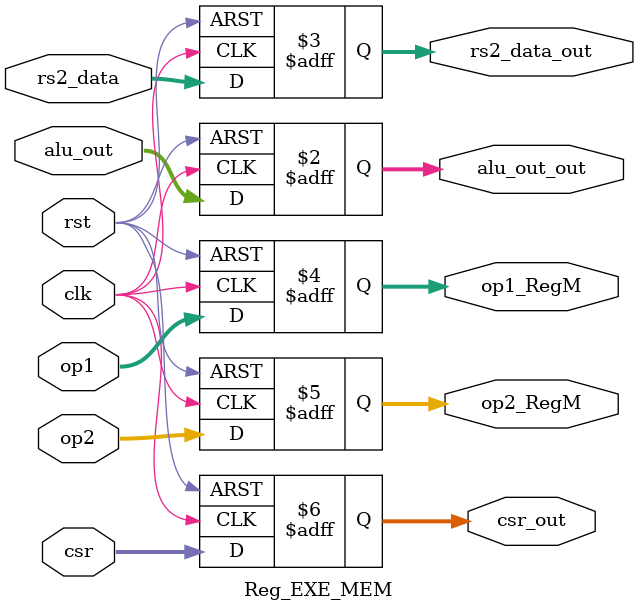
<source format=sv>
module Reg_EXE_MEM(
    input clk,
    input rst,
    input [31:0] alu_out,
    input [31:0] rs2_data,
    input [31:0] csr,
    input [31:0] op1,
    input [31:0] op2,
    output reg [31:0] alu_out_out,
    output reg [31:0] rs2_data_out,
    output logic [31:0] op1_RegM,
    output logic [31:0] op2_RegM,
    output logic [31:0] csr_out
);
always @(posedge clk or posedge rst) begin
    if(rst)begin
        alu_out_out<=32'd0;
        rs2_data_out<=32'd0;
        op1_RegM<=32'b0;
        op2_RegM<=32'b0;
        csr_out<=32'd0;
    end
    else begin
        alu_out_out<=alu_out;
        rs2_data_out<=rs2_data;
        op1_RegM<=op1;
        op2_RegM<=op2;
        csr_out<=csr;
    end
end
endmodule

</source>
